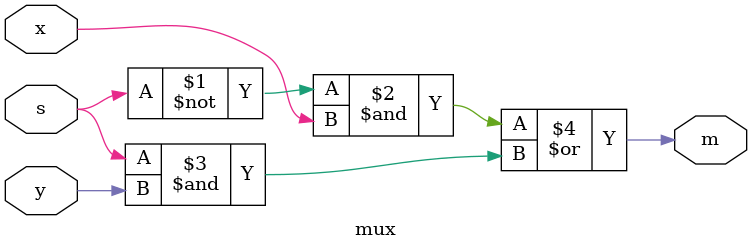
<source format=v>
module mux (x, y, s, m);
	input x, y, s;
	output m;
	assign m = (~s & x) | (s & y);
endmodule
</source>
